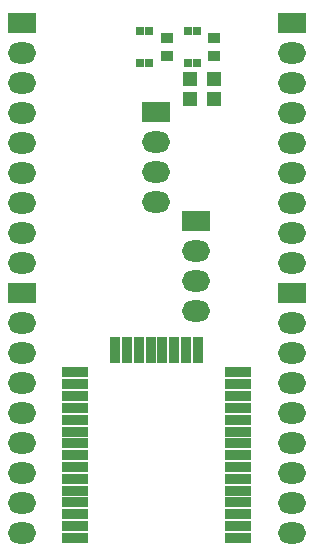
<source format=gbr>
G04 --- HEADER BEGIN --- *
G04 #@! TF.GenerationSoftware,LibrePCB,LibrePCB,0.1.6*
G04 #@! TF.CreationDate,2022-05-15T02:00:43*
G04 #@! TF.ProjectId,ttgo_bob,bfd8dc32-b202-4bf0-b9b5-60a84d76451e,v1*
G04 #@! TF.Part,Single*
G04 #@! TF.SameCoordinates*
G04 #@! TF.FileFunction,Soldermask,Top*
G04 #@! TF.FilePolarity,Negative*
%FSLAX66Y66*%
%MOMM*%
G01*
G75*
G04 --- HEADER END --- *
G04 --- APERTURE LIST BEGIN --- *
%ADD10R,2.39X1.787*%
%ADD11O,2.39X1.787*%
%ADD12R,0.75X0.75*%
%ADD13R,1.0X0.95*%
%ADD14R,1.2X1.3*%
%ADD15R,2.3X0.9*%
%ADD16R,0.9X2.3*%
G04 --- APERTURE LIST END --- *
G04 --- BOARD BEGIN --- *
D10*
G04 #@! TO.C,J5*
X16063000Y27727000D03*
D11*
X16063000Y25187000D03*
X16063000Y22647000D03*
X16063000Y20107000D03*
D12*
G04 #@! TO.C,S1*
X15360000Y43756000D03*
X15360000Y41080000D03*
X16136000Y43756000D03*
X16136000Y41080000D03*
D13*
G04 #@! TO.C,R1*
X17526000Y41643000D03*
X17526000Y43193000D03*
G04 #@! TO.C,R2*
X13578000Y41663000D03*
X13578000Y43213000D03*
D14*
G04 #@! TO.C,C1*
X17526000Y38012000D03*
X17526000Y39712000D03*
D11*
G04 #@! TO.C,J3*
X1270000Y29210000D03*
X1270000Y41910000D03*
X1270000Y26670000D03*
X1270000Y31750000D03*
X1270000Y34290000D03*
X1270000Y39370000D03*
X1270000Y36830000D03*
X1270000Y24130000D03*
D10*
X1270000Y44450000D03*
D11*
G04 #@! TO.C,J2*
X24130000Y6350000D03*
X24130000Y19050000D03*
X24130000Y3810000D03*
X24130000Y8890000D03*
X24130000Y11430000D03*
X24130000Y16510000D03*
X24130000Y13970000D03*
X24130000Y1270000D03*
D10*
X24130000Y21590000D03*
D12*
G04 #@! TO.C,S2*
X11296000Y43756000D03*
X11296000Y41080000D03*
X12072000Y43756000D03*
X12072000Y41080000D03*
D10*
G04 #@! TO.C,J6*
X12660000Y36935000D03*
D11*
X12660000Y34395000D03*
X12660000Y31855000D03*
X12660000Y29315000D03*
G04 #@! TO.C,J4*
X1270000Y6350000D03*
X1270000Y19050000D03*
X1270000Y3810000D03*
X1270000Y8890000D03*
X1270000Y11430000D03*
X1270000Y16510000D03*
X1270000Y13970000D03*
X1270000Y1270000D03*
D10*
X1270000Y21590000D03*
D15*
G04 #@! TO.C,U1*
X19600000Y2875000D03*
X19600000Y8875000D03*
X5800000Y3875000D03*
X5800000Y6875000D03*
X19600000Y3875000D03*
D16*
X13200000Y16785000D03*
D15*
X19600000Y875000D03*
X5800000Y12875000D03*
X5800000Y13875000D03*
X19600000Y7875000D03*
X19600000Y14875000D03*
X5800000Y10875000D03*
X19600000Y13875000D03*
X5800000Y9875000D03*
X5800000Y4875000D03*
X19600000Y12875000D03*
X19600000Y6875000D03*
D16*
X12200000Y16785000D03*
D15*
X19600000Y1875000D03*
X19600000Y4875000D03*
X5800000Y2875000D03*
X5800000Y7875000D03*
D16*
X11200000Y16785000D03*
D15*
X5800000Y11875000D03*
X5800000Y5875000D03*
D16*
X14200000Y16785000D03*
D15*
X19600000Y9875000D03*
X19600000Y10875000D03*
X5800000Y875000D03*
X19600000Y5875000D03*
D16*
X15200000Y16785000D03*
D15*
X5800000Y1875000D03*
X19600000Y11875000D03*
D16*
X10200000Y16785000D03*
D15*
X5800000Y8875000D03*
D16*
X16200000Y16785000D03*
D15*
X5800000Y14875000D03*
D16*
X9200000Y16785000D03*
D11*
G04 #@! TO.C,J1*
X24130000Y29210000D03*
X24130000Y41910000D03*
X24130000Y26670000D03*
X24130000Y31750000D03*
X24130000Y34290000D03*
X24130000Y39370000D03*
X24130000Y36830000D03*
X24130000Y24130000D03*
D10*
X24130000Y44450000D03*
D14*
G04 #@! TO.C,C2*
X15494000Y38012000D03*
X15494000Y39712000D03*
G04 --- BOARD END --- *
G04 #@! TF.MD5,af3b3c1f3a564c238fe56e93f64bffbe*
M02*

</source>
